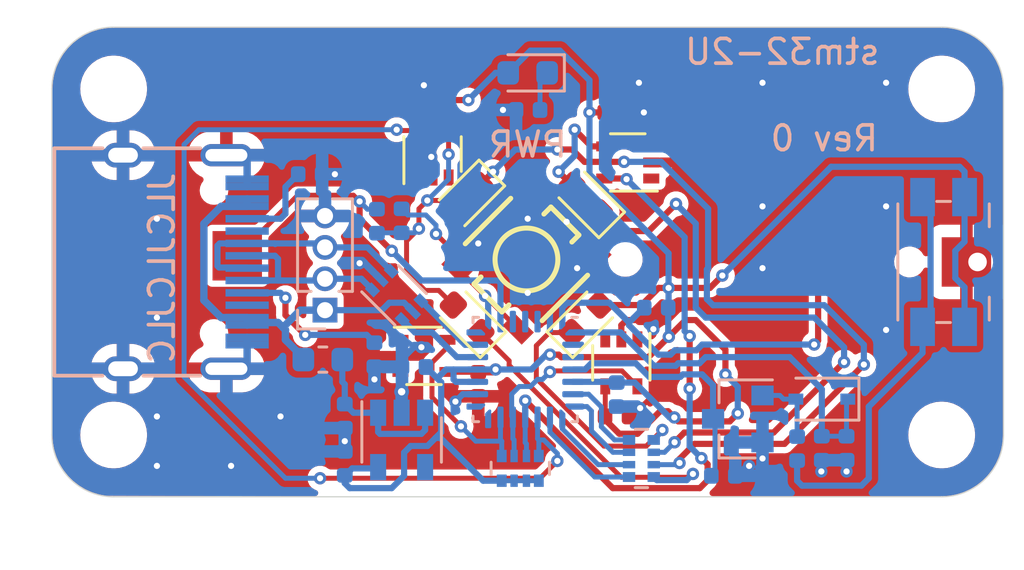
<source format=kicad_pcb>
(kicad_pcb (version 20221018) (generator pcbnew)
  (title_block (title "stm32_dev") (rev "0.1") (company "Roman and Josh"))
  (layers (0 "F.Cu" signal "Top") (31 "B.Cu" signal "Bottom") (34 "B.Paste" user) (35 "F.Paste" user) (36 "B.SilkS" user "B.Silkscreen") (37 "F.SilkS" user "F.Silkscreen") (38 "B.Mask" user) (39 "F.Mask" user) (44 "Edge.Cuts" user))
  (net 0 "")
  (net 1 "VBUS")
  (net 2 "GND")
  (net 3 "/nRST")
  (net 4 "+3V3")
  (net 5 "Net-(D2-Pad1)")
  (net 6 "Net-(D3-Pad1)")
  (net 7 "Net-(D4-Pad1)")
  (net 8 "Net-(D5-Pad1)")
  (net 9 "Net-(D6-Pad1)")
  (net 10 "/USB+")
  (net 11 "Net-(J1-PadA5)")
  (net 12 "/USB-")
  (net 13 "Net-(J1-PadB5)")
  (net 14 "/nLED_BLU")
  (net 15 "/nLED_RED")
  (net 16 "/nLED_GRN")
  (net 17 "/nLED_WHT")
  (net 18 "/TB_DOWN")
  (net 19 "/TB_UP")
  (net 20 "/TB_RIGHT")
  (net 21 "/TB_LEFT")
  (net 22 "/nTB_BUTTON")
  (net 23 "/BOOT0")
  (net 24 "/USB_N")
  (net 25 "/USB_P")
  (net 26 "Net-(D7-Pad2)")
  (net 27 "Net-(R13-Pad2)")
  (net 28 "/BTN_R")
  (net 29 "/BTN_L")
  (net 30 "+5V")
  (footprint "Capacitor_SMD:C_0402_1005Metric" (layer "F.Cu") (at 171.615 116)
    (fp_text reference "C7" hide)
    (fp_text value "100n")
  )
  (footprint "Capacitor_SMD:C_0402_1005Metric" (layer "F.Cu") (at 166 114.7 -90)
    (fp_text reference "C9" hide)
    (fp_text value "100n")
  )
  (footprint "Capacitor_SMD:C_0402_1005Metric" (layer "F.Cu") (at 171.6 103.7)
    (fp_text reference "C10" hide)
    (fp_text value "100n")
  )
  (footprint "Capacitor_SMD:C_0402_1005Metric" (layer "F.Cu") (at 164.3 103.2 180)
    (fp_text reference "C8" hide)
    (fp_text value "100n")
  )
  (footprint "MountingHole:MountingHole_2.2mm_M2" (layer "F.Cu") (at 184.75 102.75)
    (fp_text reference "H5" hide)
    (fp_text value "M2")
  )
  (footprint "MountingHole:MountingHole_2.2mm_M2" (layer "F.Cu") (at 151.25 102.75)
    (fp_text reference "H7" hide)
    (fp_text value "M2")
  )
  (footprint "josh-buttons-switches:Switch_SMT_SKPMAPE010" (layer "F.Cu") (at 150.25 109.5)
    (fp_text reference "SW4" hide)
    (fp_text value "BIG")
  )
  (footprint "MountingHole:MountingHole_2.2mm_M2" (layer "F.Cu") (at 184.75 116.75)
    (fp_text reference "H4" hide)
    (fp_text value "M2")
  )
  (footprint "MountingHole:MountingHole_2.2mm_M2" (layer "F.Cu") (at 151.25 116.75)
    (fp_text reference "H6" hide)
    (fp_text value "M2")
  )
  (footprint "josh-keyboard:Trackball_Tactile_Switch" (layer "F.Cu") (at 167.95 109.65 45)
    (fp_text reference "SW3" hide)
    (fp_text value "SW_Push" hide)
  )
  (footprint "Package_TO_SOT_SMD:SOT-353_SC-70-5" (layer "F.Cu") (at 172.04895 105.723585 180)
    (fp_text reference "U6" hide)
    (fp_text value "AN48840B" hide)
  )
  (footprint "josh-keyboard:TRACKBALL" (layer "F.Cu") (at 167.95 109.65)
    (fp_text reference "T1" hide)
    (fp_text value "Trackball" hide)
  )
  (footprint "Package_TO_SOT_SMD:SOT-353_SC-70-5" (layer "F.Cu") (at 171.7886 113.832282 -90)
    (fp_text reference "U5" hide)
    (fp_text value "AN48840B" hide)
  )
  (footprint "LED_SMD:LED_0603_1608Metric" (layer "F.Cu") (at 165.5 107.2 -135)
    (fp_text reference "D5" hide)
    (fp_text value "LED")
  )
  (footprint "LED_SMD:LED_0603_1608Metric" (layer "F.Cu") (at 165.55 112.05 135)
    (fp_text reference "D6" hide)
    (fp_text value "LED")
  )
  (footprint "Package_TO_SOT_SMD:SOT-353_SC-70-5" (layer "F.Cu") (at 164.152091 105.383479 90)
    (fp_text reference "U4" hide)
    (fp_text value "AN48840B")
  )
  (footprint "LED_SMD:LED_0603_1608Metric" (layer "F.Cu") (at 170.35 107.2 135)
    (fp_text reference "D4" hide)
    (fp_text value "LED")
  )
  (footprint "LED_SMD:LED_0603_1608Metric" (layer "F.Cu") (at 170.35 112.05 45)
    (fp_text reference "D3" hide)
    (fp_text value "LED")
  )
  (footprint "Package_TO_SOT_SMD:SOT-353_SC-70-5" (layer "F.Cu") (at 163.803347 113.549069)
    (fp_text reference "U7" hide)
    (fp_text value "AN48840B" hide)
  )
  (footprint "josh-buttons-switches:Switch_SMT_SKPMAPE010" (layer "F.Cu") (at 185.75 109.75 180)
    (fp_text reference "SW2" hide)
    (fp_text value "BIG")
  )
  (footprint "Capacitor_SMD:C_0402_1005Metric" (layer "B.Cu") (at 160.6 115.985 90)
    (fp_text reference "C1" hide)
    (fp_text value "1u")
  )
  (footprint "Capacitor_SMD:C_0402_1005Metric" (layer "B.Cu") (at 160.6 117.9 -90)
    (fp_text reference "C3" hide)
    (fp_text value "1u")
  )
  (footprint "Capacitor_SMD:C_0402_1005Metric" (layer "B.Cu") (at 171.6 115.115 90)
    (fp_text reference "C6" hide)
    (fp_text value "100n")
  )
  (footprint "josh-passives-smt:Fuse_0603_1608Metric" (layer "B.Cu") (at 159.7125 113.7 180)
    (fp_text reference "F1" hide)
    (fp_text value "500mA")
  )
  (footprint "Resistor_SMD:R_0402_1005Metric" (layer "B.Cu") (at 168.015 103.6 180)
    (fp_text reference "R2" hide)
    (fp_text value "2K2")
  )
  (footprint "Resistor_SMD:R_0402_1005Metric" (layer "B.Cu") (at 162.9 108.085 90)
    (fp_text reference "R11" hide)
    (fp_text value "10K")
  )
  (footprint "Package_TO_SOT_SMD:SOT-23-5" (layer "B.Cu") (at 162.9 116.95 -90)
    (fp_text reference "U1" hide)
    (fp_text value "AP2112K-3.3")
  )
  (footprint "Capacitor_SMD:C_0402_1005Metric" (layer "B.Cu") (at 163.4 114)
    (fp_text reference "C5" hide)
    (fp_text value "100n")
  )
  (footprint "LED_SMD:LED_0603_1608Metric" (layer "B.Cu") (at 168 102.1 180)
    (fp_text reference "D2" hide)
    (fp_text value "LED")
  )
  (footprint "Resistor_SMD:R_0402_1005Metric" (layer "B.Cu") (at 161.9 108.1 90)
    (fp_text reference "R12" hide)
    (fp_text value "10K")
  )
  (footprint "Capacitor_SMD:C_0402_1005Metric" (layer "B.Cu") (at 179.9 117.285 -90)
    (fp_text reference "C11" hide)
    (fp_text value "10u")
  )
  (footprint "Capacitor_SMD:C_0402_1005Metric" (layer "B.Cu") (at 175.915 118.4)
    (fp_text reference "C12" hide)
    (fp_text value "4u7")
  )
  (footprint "Diode_SMD:D_SOD-323" (layer "B.Cu") (at 179.9 115.3 180)
    (fp_text reference "D7" hide)
    (fp_text value "1N4148")
  )
  (footprint "Package_TO_SOT_SMD:SOT-23" (layer "B.Cu") (at 176.5 116.1 180)
    (fp_text reference "Q3" hide)
    (fp_text value "DTC123J")
  )
  (footprint "Resistor_SMD:R_0402_1005Metric" (layer "B.Cu") (at 161.8 113.5 90)
    (fp_text reference "R1" hide)
    (fp_text value "5K1")
  )
  (footprint "Resistor_SMD:R_0402_1005Metric" (layer "B.Cu") (at 159.2 106.2 180)
    (fp_text reference "R3" hide)
    (fp_text value "5K1")
  )
  (footprint "Resistor_SMD:R_0402_1005Metric" (layer "B.Cu") (at 180.9 117.285 -90)
    (fp_text reference "R14" hide)
    (fp_text value "100K")
  )
  (footprint "Resistor_SMD:R_Array_Convex_4x0402" (layer "B.Cu") (at 167.7 118.1 -90)
    (fp_text reference "RN1" hide)
    (fp_text value "10K")
  )
  (footprint "Resistor_SMD:R_Array_Convex_4x0402" (layer "B.Cu") (at 172.6 117.7)
    (fp_text reference "RN2" hide)
    (fp_text value "2K2")
  )
  (footprint "josh-buttons-switches:Panasonic_EVQPUL_EVQPUC" (layer "B.Cu") (at 184.825 109.75 90)
    (fp_text reference "SW1" hide)
    (fp_text value "SW_Push")
  )
  (footprint "josh-connectors:USB_C_U262-161N-4BVC11" (layer "B.Cu") (at 153.5 109.75 90)
    (fp_text reference "J1" hide)
    (fp_text value "USB_C_Receptacle_USB2.0")
  )
  (footprint "Connector_PinHeader_1.27mm:PinHeader_1x04_P1.27mm_Vertical" (layer "B.Cu") (at 159.8 111.7)
    (fp_text reference "J2" hide)
    (fp_text value "USB")
  )
  (footprint "Package_DFN_QFN:QFN-28_4x4mm_P0.5mm" (layer "B.Cu") (at 167.9 114.1 180)
    (fp_text reference "U3" hide)
    (fp_text value "STM32F042G6Ux")
  )
  (footprint "Package_TO_SOT_SMD:SOT-666" (layer "B.Cu") (at 162.7 111.1 -45)
    (fp_text reference "U2" hide)
    (fp_text value "USBLC6-2SC6")
  )
  (footprint "Resistor_SMD:R_0402_1005Metric" (layer "B.Cu") (at 178.9 117.3 -90)
    (fp_text reference "R13" hide)
    (fp_text value "2K2")
  )
  (footprint "Resistor_SMD:R_0402_1005Metric" (layer "B.Cu") (at 173.2 111.6 180)
    (fp_text reference "R4" hide)
    (fp_text value "10K")
  )
  (footprint "josh-logos:OSHW_Logo_3.6x3.6_F.Mask" (layer "B.Cu") (at 168 109 180)
    (fp_text reference "LOGO1" hide)
    (fp_text value "OSHW Mask" hide)
  )
  (footprint "josh-logos:board-title" (layer "B.Cu") (at 174.3 101.5 180)
    (fp_text reference "LOGO2")
    (fp_text value "Board Details")
  )
  (gr_line (start 184.75 119.25) (end 151.25 119.25) (stroke (width 0.05)) (layer "Edge.Cuts"))
  (gr_line (start 151.25 100.25) (end 184.75 100.25) (stroke (width 0.05)) (layer "Edge.Cuts"))
  (gr_arc (start 148.75 102.75) (mid 149.482233 100.982233) (end 151.25 100.25) (stroke (width 0.05)) (layer "Edge.Cuts"))
  (gr_line (start 148.75 116.75) (end 148.75 102.75) (stroke (width 0.05)) (layer "Edge.Cuts"))
  (gr_arc (start 151.25 119.25) (mid 149.482233 118.517767) (end 148.75 116.75) (stroke (width 0.05)) (layer "Edge.Cuts"))
  (gr_line (start 187.25 102.75) (end 187.25 116.75) (stroke (width 0.05)) (layer "Edge.Cuts"))
  (gr_arc (start 184.75 100.25) (mid 186.517767 100.982233) (end 187.25 102.75) (stroke (width 0.05)) (layer "Edge.Cuts"))
  (gr_arc (start 187.25 116.75) (mid 186.517767 118.517767) (end 184.75 119.25) (stroke (width 0.05)) (layer "Edge.Cuts"))
  (gr_text "JLCJLCJLC" (at 153.2 110 90) (layer "B.SilkS") (effects (font (size 1 1)) (justify mirror)))
  (gr_text "PWR" (at 168 105) (layer "B.SilkS") (effects (font (size 1 1)) (justify mirror)))
  (segment (start 158.25 112.95) (end 158.2 112.9) (width 0.3) (layer "B.Cu") (net 1))
  (segment (start 162.4 111.4) (end 162.1 111.7) (width 0.25) (layer "B.Cu") (net 1))
  (segment (start 157.9 112.2) (end 156.75 112.2) (width 0.3) (layer "B.Cu") (net 1))
  (segment (start 158.1 112.4) (end 158.8 111.7) (width 0.3) (layer "B.Cu") (net 1))
  (segment (start 155.6 112) (end 154.9 111.3) (width 0.3) (layer "B.Cu") (net 1))
  (segment (start 163.354074 111.754074) (end 163 111.4) (width 0.25) (layer "B.Cu") (net 1))
  (segment (start 158.925 113.7) (end 158.925 113.625) (width 0.3) (layer "B.Cu") (net 1))
  (segment (start 158.2 112.5) (end 158.1 112.4) (width 0.3) (layer "B.Cu") (net 1))
  (segment (start 156.65 107.5) (end 156.65 107.2) (width 0.3) (layer "B.Cu") (net 1))
  (segment (start 155.6 107.5) (end 156.65 107.5) (width 0.3) (layer "B.Cu") (net 1))
  (segment (start 154.9 108.2) (end 155.6 107.5) (width 0.3) (layer "B.Cu") (net 1))
  (segment (start 158.925 113.625) (end 158.25 112.95) (width 0.3) (layer "B.Cu") (net 1))
  (segment (start 156.65 112) (end 156.65 112.3) (width 0.3) (layer "B.Cu") (net 1))
  (segment (start 163 111.4) (end 162.4 111.4) (width 0.25) (layer "B.Cu") (net 1))
  (segment (start 156.75 112.2) (end 156.65 112.3) (width 0.3) (layer "B.Cu") (net 1))
  (segment (start 158.2 112.5) (end 157.9 112.2) (width 0.3) (layer "B.Cu") (net 1))
  (segment (start 158.2 112.9) (end 158.2 112.5) (width 0.3) (layer "B.Cu") (net 1))
  (segment (start 156.65 112) (end 155.6 112) (width 0.3) (layer "B.Cu") (net 1))
  (segment (start 162.1 111.7) (end 159.8 111.7) (width 0.25) (layer "B.Cu") (net 1))
  (segment (start 158.8 111.7) (end 159.8 111.7) (width 0.3) (layer "B.Cu") (net 1))
  (segment (start 154.9 111.3) (end 154.9 108.2) (width 0.3) (layer "B.Cu") (net 1))
  (segment (start 169.573313 108.126687) (end 168.285876 106.839251) (width 0.25) (layer "F.Cu") (net 2))
  (segment (start 171.7886 112.882282) (end 171.7886 112.307282) (width 0.25) (layer "F.Cu") (net 2))
  (segment (start 173.112148 115.1) (end 173.5 115.1) (width 0.2) (layer "F.Cu") (net 2))
  (segment (start 171.995882 112.1) (end 172.716182 112.1) (width 0.25) (layer "F.Cu") (net 2))
  (segment (start 164.152091 106.333479) (end 164.152091 105.552091) (width 0.2) (layer "F.Cu") (net 2))
  (segment (start 172.1 116) (end 172.212148 116) (width 0.2) (layer "F.Cu") (net 2))
  (segment (start 171.7886 112.307282) (end 171.995882 112.1) (width 0.25) (layer "F.Cu") (net 2))
  (segment (start 170.760749 109.314124) (end 169.573313 108.126687) (width 0.25) (layer "F.Cu") (net 2))
  (segment (start 163.7 113.2) (end 163.350931 113.549069) (width 0.25) (layer "F.Cu") (net 2))
  (segment (start 166 115.185) (end 165.29001 115.185) (width 0.2) (layer "F.Cu") (net 2))
  (segment (start 164.152091 105.552091) (end 164.1 105.5) (width 0.2) (layer "F.Cu") (net 2))
  (segment (start 172.085 103.7) (end 172.70001 103.7) (width 0.2) (layer "F.Cu") (net 2))
  (segment (start 172.212148 116) (end 172.54948 115.662668) (width 0.2) (layer "F.Cu") (net 2))
  (segment (start 163.350931 113.549069) (end 162.853347 113.549069) (width 0.25) (layer "F.Cu") (net 2))
  (segment (start 172.716182 112.1) (end 173.083404 112.467222) (width 0.25) (layer "F.Cu") (net 2))
  (segment (start 163.815 103.2) (end 163.815 102.615) (width 0.2) (layer "F.Cu") (net 2))
  (segment (start 165.29001 115.185) (end 165.076421 115.398589) (width 0.2) (layer "F.Cu") (net 2))
  (segment (start 163.815 102.615) (end 163.8 102.6) (width 0.2) (layer "F.Cu") (net 2))
  (segment (start 172.54948 115.662668) (end 173.112148 115.1) (width 0.2) (layer "F.Cu") (net 2))
  (via (at 179.87995 118.22499) (size 0.5) (drill 0.25) (layers "F.Cu" "B.Cu") (net 2))
  (via (at 161.2 109.8) (size 0.5) (drill 0.25) (layers "F.Cu" "B.Cu") (net 2))
  (via (at 177.5 110) (size 0.5) (drill 0.25) (layers "F.Cu" "B.Cu") (net 2))
  (via (at 166 109) (size 0.5) (drill 0.25) (layers "F.Cu" "B.Cu") (net 2))
  (via (at 170 110) (size 0.5) (drill 0.25) (layers "F.Cu" "B.Cu") (net 2))
  (via (at 160.6 117.000002) (size 0.5) (drill 0.25) (layers "F.Cu" "B.Cu") (net 2))
  (via (at 163.8 102.6) (size 0.5) (drill 0.25) (layers "F.Cu" "B.Cu") (net 2))
  (via (at 177.5 102.5) (size 0.5) (drill 0.25) (layers "F.Cu" "B.Cu") (net 2))
  (via (at 172.5 102.5) (size 0.5) (drill 0.25) (layers "F.Cu" "B.Cu") (net 2))
  (via (at 153 108) (size 0.5) (drill 0.25) (layers "F.Cu" "B.Cu") (net 2))
  (via (at 182.5 102.5) (size 0.5) (drill 0.25) (layers "F.Cu" "B.Cu") (net 2))
  (via (at 156 118) (size 0.5) (drill 0.25) (layers "F.Cu" "B.Cu") (net 2))
  (via (at 153 112) (size 0.5) (drill 0.25) (layers "F.Cu" "B.Cu") (net 2))
  (via (at 168 111) (size 0.5) (drill 0.25) (layers "F.Cu" "B.Cu") (net 2))
  (via (at 160.2 106.2) (size 0.5) (drill 0.25) (layers "F.Cu" "B.Cu") (net 2))
  (via (at 161.8 114.5) (size 0.5) (drill 0.25) (layers "F.Cu" "B.Cu") (net 2))
  (via (at 163.7 113.2) (size 0.5) (drill 0.25) (layers "F.Cu" "B.Cu") (net 2))
  (via (at 173.083404 112.467222) (size 0.5) (drill 0.25) (layers "F.Cu" "B.Cu") (net 2))
  (via (at 172.54948 115.662668) (size 0.5) (drill 0.25) (layers "F.Cu" "B.Cu") (net 2))
  (via (at 165.076421 115.398589) (size 0.5) (drill 0.25) (layers "F.Cu" "B.Cu") (net 2))
  (via (at 180.900004 118.22499) (size 0.5) (drill 0.25) (layers "F.Cu" "B.Cu") (net 2))
  (via (at 169.573313 108.126687) (size 0.5) (drill 0.25) (layers "F.Cu" "B.Cu") (net 2))
  (via (at 168 108) (size 0.5) (drill 0.25) (layers "F.Cu" "B.Cu") (net 2))
  (via (at 182.5 112.5) (size 0.5) (drill 0.25) (layers "F.Cu" "B.Cu") (net 2))
  (via (at 182.5 107.5) (size 0.5) (drill 0.25) (layers "F.Cu" "B.Cu") (net 2))
  (via (at 153 118) (size 0.5) (drill 0.25) (layers "F.Cu" "B.Cu") (net 2))
  (via (at 176.958032 118) (size 0.5) (drill 0.25) (layers "F.Cu" "B.Cu") (net 2))
  (via (at 177.5 107.5) (size 0.5) (drill 0.25) (layers "F.Cu" "B.Cu") (net 2))
  (via (at 158 116) (size 0.5) (drill 0.25) (layers "F.Cu" "B.Cu") (net 2))
  (via (at 172.70001 103.7) (size 0.5) (drill 0.25) (layers "F.Cu" "B.Cu") (net 2))
  (via (at 162.9 115) (size 0.6) (drill 0.3) (layers "F.Cu" "B.Cu") (net 2))
  (via (at 153 116) (size 0.5) (drill 0.25) (layers "F.Cu" "B.Cu") (net 2))
  (via (at 164.1 105.5) (size 0.5) (drill 0.25) (layers "F.Cu" "B.Cu") (net 2))
  (via (at 167 103.6) (size 0.5) (drill 0.25) (layers "F.Cu" "B.Cu") (net 2))
  (via (at 177.5 117.7) (size 0.5) (drill 0.25) (layers "F.Cu" "B.Cu") (net 2))
  (segment (start 180.9 117.77) (end 180.9 118.224986) (width 0.2) (layer "B.Cu") (net 2))
  (segment (start 177.5 117.05) (end 177.5 117.7) (width 0.2) (layer "B.Cu") (net 2))
  (segment (start 162.915 113.68) (end 163.395 113.2) (width 0.25) (layer "B.Cu") (net 2))
  (segment (start 165.9625 115.1) (end 165.37501 115.1) (width 0.25) (layer "B.Cu") (net 2))
  (segment (start 162.915 114) (end 162.915 113.68) (width 0.25) (layer "B.Cu") (net 2))
  (segment (start 162.9 115) (end 162.9 114.015) (width 0.3) (layer "B.Cu") (net 2))
  (segment (start 171.6 115.6) (end 172.486812 115.6) (width 0.25) (layer "B.Cu") (net 2))
  (segment (start 159.685 106.2) (end 160.2 106.2) (width 0.25) (layer "B.Cu") (net 2))
  (segment (start 162.9 114.015) (end 162.915 114) (width 0.3) (layer "B.Cu") (net 2))
  (segment (start 167.53 103.6) (end 167 103.6) (width 0.2) (layer "B.Cu") (net 2))
  (segment (start 156.65 106.4) (end 156.65 105.43) (width 0.3) (layer "B.Cu") (net 2))
  (segment (start 160.6 117.415) (end 160.6 117.000002) (width 0.25) (layer "B.Cu") (net 2))
  (segment (start 162.9 115.85) (end 162.9 115) (width 0.3) (layer "B.Cu") (net 2))
  (segment (start 179.9 118.20494) (end 179.87995 118.22499) (width 0.2) (layer "B.Cu") (net 2))
  (segment (start 155.81 114.07) (end 156.65 114.07) (width 0.3) (layer "B.Cu") (net 2))
  (segment (start 162.9 115.85) (end 162.85 115.85) (width 0.3) (layer "B.Cu") (net 2))
  (segment (start 160.6 116.47) (end 160.6 117.000002) (width 0.25) (layer "B.Cu") (net 2))
  (segment (start 156.65 114.07) (end 156.65 113.1) (width 0.3) (layer "B.Cu") (net 2))
  (segment (start 161.4 109.8) (end 161.2 109.8) (width 0.25) (layer "B.Cu") (net 2))
  (segment (start 180.9 118.224986) (end 180.900004 118.22499) (width 0.2) (layer "B.Cu") (net 2))
  (segment (start 165.37501 115.1) (end 165.076421 115.398589) (width 0.25) (layer "B.Cu") (net 2))
  (segment (start 156.65 106.7) (end 156.65 106.4) (width 0.3) (layer "B.Cu") (net 2))
  (segment (start 162.045926 110.445926) (end 161.4 109.8) (width 0.25) (layer "B.Cu") (net 2))
  (segment (start 176.429016 118.4) (end 176.829016 118) (width 0.2) (layer "B.Cu") (net 2))
  (segment (start 163.395 113.2) (end 163.7 113.2) (width 0.25) (layer "B.Cu") (net 2))
  (segment (start 156.65 112.8) (end 156.65 113.1) (width 0.3) (layer "B.Cu") (net 2))
  (segment (start 179.9 117.77) (end 179.9 118.20494) (width 0.2) (layer "B.Cu") (net 2))
  (segment (start 156.65 105.43) (end 155.81 105.43) (width 0.3) (layer "B.Cu") (net 2))
  (segment (start 176.829016 118) (end 176.958032 118) (width 0.2) (layer "B.Cu") (net 2))
  (segment (start 176.4 118.4) (end 176.429016 118.4) (width 0.2) (layer "B.Cu") (net 2))
  (segment (start 172.486812 115.6) (end 172.54948 115.662668) (width 0.25) (layer "B.Cu") (net 2))
  (segment (start 161.8 113.985) (end 161.8 114.5) (width 0.25) (layer "B.Cu") (net 2))
  (segment (start 175.578423 116.178423) (end 175.5 116.1) (width 0.2) (layer "B.Cu") (net 3))
  (segment (start 172.920115 114.4) (end 174.175044 114.4) (width 0.25) (layer "B.Cu") (net 3))
  (segment (start 170.574221 113.848801) (end 172.368916 113.848801) (width 0.25) (layer "B.Cu") (net 3))
  (segment (start 169.8375 114.1) (end 170.323022 114.1) (width 0.25) (layer "B.Cu") (net 3))
  (segment (start 174.175044 114.4) (end 174.276841 114.298203) (width 0.25) (layer "B.Cu") (net 3))
  (segment (start 175.5 114.7397) (end 175.5 116.1) (width 0.25) (layer "B.Cu") (net 3))
  (segment (start 172.368916 113.848801) (end 172.920115 114.4) (width 0.25) (layer "B.Cu") (net 3))
  (segment (start 175.43 118.4) (end 175.578423 118.251577) (width 0.2) (layer "B.Cu") (net 3))
  (segment (start 175.578423 118.251577) (end 175.578423 116.178423) (width 0.2) (layer "B.Cu") (net 3))
  (segment (start 174.276841 114.298203) (end 175.058503 114.298203) (width 0.25) (layer "B.Cu") (net 3))
  (segment (start 170.323022 114.1) (end 170.574221 113.848801) (width 0.25) (layer "B.Cu") (net 3))
  (segment (start 175.058503 114.298203) (end 175.5 114.7397) (width 0.25) (layer "B.Cu") (net 3))
  (segment (start 171.13 116.125) (end 171.705 116.7) (width 0.25) (layer "F.Cu") (net 4))
  (segment (start 166.585 114.215) (end 166.7 114.1) (width 0.25) (layer "F.Cu") (net 4))
  (segment (start 163.6 108.4) (end 163.1 108.9) (width 0.2) (layer "F.Cu") (net 4))
  (segment (start 164.8 104.43557) (end 164.802091 104.433479) (width 0.2) (layer "F.Cu") (net 4))
  (segment (start 164.769278 114.215) (end 164.753347 114.199069) (width 0.2) (layer "F.Cu") (net 4))
  (segment (start 172.445855 116.7) (end 173.355911 115.789944) (width 0.25) (layer "F.Cu") (net 4))
  (segment (start 170.573585 105.073585) (end 169.9 104.4) (width 0.25) (layer "F.Cu") (net 4))
  (segment (start 173.682554 115.789944) (end 173.932553 116.039943) (width 0.25) (layer "F.Cu") (net 4))
  (segment (start 174.09261 116.2) (end 176.174979 116.2) (width 0.25) (layer "F.Cu") (net 4))
  (segment (start 168.9 113.5) (end 169.253553 113.5) (width 0.25) (layer "F.Cu") (net 4))
  (segment (start 175.374922 110.8) (end 175.87501 110.299912) (width 0.25) (layer "F.Cu") (net 4))
  (segment (start 171.13 116) (end 171.13 116.125) (width 0.25) (layer "F.Cu") (net 4))
  (segment (start 173.3 110.8) (end 173.7 110.8) (width 0.25) (layer "F.Cu") (net 4))
  (segment (start 176 113.3) (end 174.8 112.1) (width 0.25) (layer "F.Cu") (net 4))
  (segment (start 171.1386 114.782282) (end 171.1386 115.9914) (width 0.2) (layer "F.Cu") (net 4))
  (segment (start 163.6 108.4) (end 163.6 107.6) (width 0.2) (layer "F.Cu") (net 4))
  (segment (start 166 114.215) (end 164.769278 114.215) (width 0.2) (layer "F.Cu") (net 4))
  (segment (start 163.1 110.152014) (end 163.847986 110.9) (width 0.2) (layer "F.Cu") (net 4))
  (segment (start 173.7 110.8) (end 175.374922 110.8) (width 0.25) (layer "F.Cu") (net 4))
  (segment (start 176.174979 116.2) (end 176.5 115.874979) (width 0.25) (layer "F.Cu") (net 4))
  (segment (start 173.355911 115.789944) (end 173.682554 115.789944) (width 0.25) (layer "F.Cu") (net 4))
  (segment (start 171.115 103.7) (end 170.5 103.7) (width 0.25) (layer "F.Cu") (net 4))
  (segment (start 163.1 108.9) (end 163.1 110.152014) (width 0.2) (layer "F.Cu") (net 4))
  (segment (start 174.38784 112.1) (end 173.711434 112.776406) (width 0.25) (layer "F.Cu") (net 4))
  (segment (start 164.44739 107.261084) (end 163.938916 107.261084) (width 0.2) (layer "F.Cu") (net 4))
  (segment (start 172.606847 111.493153) (end 173.3 110.8) (width 0.25) (layer "F.Cu") (net 4))
  (segment (start 169.793153 106.643153) (end 169.25 106.1) (width 0.25) (layer "F.Cu") (net 4))
  (segment (start 173.932553 116.039943) (end 174.09261 116.2) (width 0.25) (layer "F.Cu") (net 4))
  (segment (start 164.802091 104.433479) (end 164.802091 103.217091) (width 0.2) (layer "F.Cu") (net 4))
  (segment (start 176 114.3) (end 176 113.3) (width 0.25) (layer "F.Cu") (net 4))
  (segment (start 171.1386 115.9914) (end 171.13 116) (width 0.2) (layer "F.Cu") (net 4))
  (segment (start 164.8 105.4) (end 164.8 104.43557) (width 0.2) (layer "F.Cu") (net 4))
  (segment (start 165.6 103.2) (end 164.785 103.2) (width 0.25) (layer "F.Cu") (net 4))
  (segment (start 174.8 112.1) (end 174.38784 112.1) (width 0.25) (layer "F.Cu") (net 4))
  (segment (start 171.09895 103.71605) (end 171.115 103.7) (width 0.2) (layer "F.Cu") (net 4))
  (segment (start 171.09895 105.073585) (end 170.573585 105.073585) (width 0.25) (layer "F.Cu") (net 4))
  (segment (start 164.943153 107.756847) (end 164.44739 107.261084) (width 0.2) (layer "F.Cu") (net 4))
  (segment (start 166 114.215) (end 166.585 114.215) (width 0.25) (layer "F.Cu") (net 4))
  (segment (start 170.906847 111.493153) (end 172.606847 111.493153) (width 0.25) (layer "F.Cu") (net 4))
  (segment (start 164.802091 103.217091) (end 164.785 103.2) (width 0.2) (layer "F.Cu") (net 4))
  (segment (start 172.88784 113.6) (end 173.711434 112.776406) (width 0.25) (layer "F.Cu") (net 4))
  (segment (start 164.4 110.9) (end 164.993153 111.493153) (width 0.2) (layer "F.Cu") (net 4))
  (segment (start 169.353553 113.6) (end 172.88784 113.6) (width 0.25) (layer "F.Cu") (net 4))
  (segment (start 169.253553 113.5) (end 169.353553 113.6) (width 0.25) (layer "F.Cu") (net 4))
  (segment (start 171.09895 105.073585) (end 171.09895 103.71605) (width 0.2) (layer "F.Cu") (net 4))
  (segment (start 163.847986 110.9) (end 164.4 110.9) (width 0.2) (layer "F.Cu") (net 4))
  (segment (start 163.6 107.6) (end 163.938916 107.261084) (width 0.2) (layer "F.Cu") (net 4))
  (segment (start 171.705 116.7) (end 172.445855 116.7) (width 0.25) (layer "F.Cu") (net 4))
  (segment (start 169.25 106.1) (end 169.24999 106.1) (width 0.25) (layer "F.Cu") (net 4))
  (via (at 169.24999 106.1) (size 0.5) (drill 0.25) (layers "F.Cu" "B.Cu") (net 4))
  (via (at 170.5 103.7) (size 0.5) (drill 0.25) (layers "F.Cu" "B.Cu") (net 4))
  (via (at 173.932553 116.039943) (size 0.5) (drill 0.25) (layers "F.Cu" "B.Cu") (net 4))
  (via (at 176 114.3) (size 0.5) (drill 0.25) (layers "F.Cu" "B.Cu") (net 4))
  (via (at 163.6 108.4) (size 0.5) (drill 0.25) (layers "F.Cu" "B.Cu") (net 4))
  (via (at 164.8 105.4) (size 0.5) (drill 0.25) (layers "F.Cu" "B.Cu") (net 4))
  (via (at 175.87501 110.299912) (size 0.5) (drill 0.25) (layers "F.Cu" "B.Cu") (net 4))
  (via (at 169.9 104.4) (size 0.5) (drill 0.25) (layers "F.Cu" "B.Cu") (net 4))
  (via (at 163.938916 107.261084) (size 0.5) (drill 0.25) (layers "F.Cu" "B.Cu") (net 4))
  (via (at 173.711434 112.776406) (size 0.5) (drill 0.25) (layers "F.Cu" "B.Cu") (net 4))
  (via (at 165.6 103.2) (size 0.5) (drill 0.25) (layers "F.Cu" "B.Cu") (net 4))
  (via (at 166.7 114.1) (size 0.5) (drill 0.25) (layers "F.Cu" "B.Cu") (net 4))
  (via (at 168.9 113.5) (size 0.5) (drill 0.25) (layers "F.Cu" "B.Cu") (net 4))
  (via (at 176.5 115.874979) (size 0.5) (drill 0.25) (layers "F.Cu" "B.Cu") (net 4))
  (via (at 173.7 110.8) (size 0.5) (drill 0.25) (layers "F.Cu" "B.Cu") (net 4))
  (segment (start 164.500001 116.640001) (end 164.500001 114.615001) (width 0.25) (layer "B.Cu") (net 4))
  (segment (start 185.675 108.925) (end 185.675 107.125) (width 0.25) (layer "B.Cu") (net 4))
  (segment (start 165.9625 114.6) (end 165.1 114.6) (width 0.25) (layer "B.Cu") (net 4))
  (segment (start 169.9 105.44999) (end 169.9 104.4) (width 0.25) (layer "B.Cu") (net 4))
  (segment (start 185.675 107.125) (end 185.675 106.1) (width 0.25) (layer "B.Cu") (net 4))
  (segment (start 176 114.3) (end 176.5 114.8) (width 0.25) (layer "B.Cu") (net 4))
  (segment (start 170.5 102.4) (end 169.3 101.2) (width 0.25) (layer "B.Cu") (net 4))
  (segment (start 173.7 111.585) (end 173.685 111.6) (width 0.25) (layer "B.Cu") (net 4))
  (segment (start 170.5 103.7) (end 170.5 106.2) (width 0.25) (layer "B.Cu") (net 4))
  (segment (start 165.9625 114.1) (end 165 114.1) (width 0.25) (layer "B.Cu") (net 4))
  (segment (start 166.7 102.1) (end 165.6 103.2) (width 0.25) (layer "B.Cu") (net 4))
  (segment (start 171.57 114.6) (end 171.6 114.63) (width 0.25) (layer "B.Cu") (net 4))
  (segment (start 165 114.1) (end 164.7 114.1) (width 0.25) (layer "B.Cu") (net 4))
  (segment (start 170.5 103.7) (end 170.5 102.4) (width 0.25) (layer "B.Cu") (net 4))
  (segment (start 171.6 114.63) (end 172.33 114.63) (width 0.25) (layer "B.Cu") (net 4))
  (segment (start 163 118.4) (end 163 117.459998) (width 0.25) (layer "B.Cu") (net 4))
  (segment (start 164.500001 114.615001) (end 164.3425 114.4575) (width 0.25) (layer "B.Cu") (net 4))
  (segment (start 171.57 114.6) (end 169.8375 114.6) (width 0.25) (layer "B.Cu") (net 4))
  (segment (start 165.1 114.6) (end 165 114.5) (width 0.25) (layer "B.Cu") (net 4))
  (segment (start 164.7 114.1) (end 164.3425 114.4575) (width 0.25) (layer "B.Cu") (net 4))
  (segment (start 166.2 118.6) (end 166.95 118.6) (width 0.25) (layer "B.Cu") (net 4))
  (segment (start 161.9 118.1) (end 161.95 118.05) (width 0.25) (layer "B.Cu") (net 4))
  (segment (start 185.675 112.375) (end 185.675 110.775) (width 0.25) (layer "B.Cu") (net 4))
  (segment (start 185.3 109.3) (end 185.675 108.925) (width 0.25) (layer "B.Cu") (net 4))
  (segment (start 168.45 118.6) (end 166.95 118.6) (width 0.2) (layer "B.Cu") (net 4))
  (segment (start 185.3 110.4) (end 185.3 109.3) (width 0.25) (layer "B.Cu") (net 4))
  (segment (start 163.264999 117.194999) (end 163.945003 117.194999) (width 0.25) (layer "B.Cu") (net 4))
  (segment (start 163.43 108.57) (end 163.6 108.4) (width 0.2) (layer "B.Cu") (net 4))
  (segment (start 162.5 118.9) (end 163 118.4) (width 0.25) (layer "B.Cu") (net 4))
  (segment (start 173.685 112.749972) (end 173.711434 112.776406) (width 0.25) (layer "B.Cu") (net 4))
  (segment (start 162.9 108.57) (end 161.915 108.57) (width 0.2) (layer "B.Cu") (net 4))
  (segment (start 166.7 114.1) (end 168.148996 114.1) (width 0.25) (layer "B.Cu") (net 4))
  (segment (start 180.274922 105.9) (end 175.87501 110.299912) (width 0.25) (layer "B.Cu") (net 4))
  (segment (start 164.8 106.4) (end 163.938916 107.261084) (width 0.2) (layer "B.Cu") (net 4))
  (segment (start 160.615 118.385) (end 160.9 118.1) (width 0.25) (layer "B.Cu") (net 4))
  (segment (start 170.5 106.2) (end 173.7 109.4) (width 0.25) (layer "B.Cu") (net 4))
  (segment (start 165.9625 114.1) (end 166.7 114.1) (width 0.25) (layer "B.Cu") (net 4))
  (segment (start 169.3 101.2) (end 168.1125 101.2) (width 0.25) (layer "B.Cu") (net 4))
  (segment (start 165 114.5) (end 165 114.1) (width 0.25) (layer "B.Cu") (net 4))
  (segment (start 160.6 118.385) (end 160.6 118.7) (width 0.25) (layer "B.Cu") (net 4))
  (segment (start 163 117.459998) (end 163.264999 117.194999) (width 0.25) (layer "B.Cu") (net 4))
  (segment (start 185.675 106.1) (end 185.475 105.9) (width 0.25) (layer "B.Cu") (net 4))
  (segment (start 176.5 114.8) (end 176.5 115.874979) (width 0.25) (layer "B.Cu") (net 4))
  (segment (start 173.7 109.4) (end 173.7 110.8) (width 0.25) (layer "B.Cu") (net 4))
  (segment (start 164.3425 114.4575) (end 163.885 114) (width 0.25) (layer "B.Cu") (net 4))
  (segment (start 172.33 114.63) (end 173.739943 116.039943) (width 0.25) (layer "B.Cu") (net 4))
  (segment (start 161.915 108.57) (end 161.9 108.585) (width 0.2) (layer "B.Cu") (net 4))
  (segment (start 168.148996 114.1) (end 168.748996 113.5) (width 0.25) (layer "B.Cu") (net 4))
  (segment (start 185.475 105.9) (end 180.274922 105.9) (width 0.25) (layer "B.Cu") (net 4))
  (segment (start 164.270001 116.870001) (end 164.500001 116.640001) (width 0.25) (layer "B.Cu") (net 4))
  (segment (start 164.470001 116.870001) (end 166.2 118.6) (width 0.25) (layer "B.Cu") (net 4))
  (segment (start 160.9 118.1) (end 161.9 118.1) (width 0.25) (layer "B.Cu") (net 4))
  (segment (start 160.6 118.385) (end 160.615 118.385) (width 0.25) (layer "B.Cu") (net 4))
  (segment (start 163.945003 117.194999) (end 164.270001 116.870001) (width 0.25) (layer "B.Cu") (net 4))
  (segment (start 169.24999 106.1) (end 169.9 105.44999) (width 0.25) (layer "B.Cu") (net 4))
  (segment (start 167.2125 102.1) (end 166.7 102.1) (width 0.25) (layer "B.Cu") (net 4))
  (segment (start 160.8 118.9) (end 162.5 118.9) (width 0.25) (layer "B.Cu") (net 4))
  (segment (start 168.1125 101.2) (end 167.2125 102.1) (width 0.25) (layer "B.Cu") (net 4))
  (segment (start 173.739943 116.039943) (end 173.932553 116.039943) (width 0.25) (layer "B.Cu") (net 4))
  (segment (start 162.9 108.57) (end 163.43 108.57) (width 0.2) (layer "B.Cu") (net 4))
  (segment (start 185.675 110.775) (end 185.3 110.4) (width 0.25) (layer "B.Cu") (net 4))
  (segment (start 173.7 110.8) (end 173.7 111.585) (width 0.25) (layer "B.Cu") (net 4))
  (segment (start 173.685 111.6) (end 173.685 112.749972) (width 0.25) (layer "B.Cu") (net 4))
  (segment (start 160.6 118.7) (end 160.8 118.9) (width 0.25) (layer "B.Cu") (net 4))
  (segment (start 164.8 105.4) (end 164.8 106.4) (width 0.2) (layer "B.Cu") (net 4))
  (segment (start 168.748996 113.5) (end 168.9 113.5) (width 0.25) (layer "B.Cu") (net 4))
  (segment (start 164.270001 116.870001) (end 164.470001 116.870001) (width 0.25) (layer "B.Cu") (net 4))
  (segment (start 168.5 103.6) (end 168.5 102.3875) (width 0.2) (layer "B.Cu") (net 5))
  (segment (start 168.5 102.3875) (end 168.7875 102.1) (width 0.2) (layer "B.Cu") (net 5))
  (segment (start 171.085998 117.2) (end 172.796859 117.2) (width 0.2) (layer "F.Cu") (net 6))
  (segment (start 169.793153 112.606847) (end 168.879149 112.606847) (width 0.2) (layer "F.Cu") (net 6))
  (segment (start 168.349999 114.464001) (end 171.085998 117.2) (width 0.2) (layer "F.Cu") (net 6))
  (segment (start 172.796859 117.2) (end 173.449902 116.546957) (width 0.2) (layer "F.Cu") (net 6))
  (segment (start 168.349999 113.135997) (end 168.349999 114.464001) (width 0.2) (layer "F.Cu") (net 6))
  (segment (start 168.879149 112.606847) (end 168.349999 113.135997) (width 0.2) (layer "F.Cu") (net 6))
  (via (at 173.449902 116.546957) (size 0.5) (drill 0.25) (layers "F.Cu" "B.Cu") (net 6))
  (segment (start 173.1 116.95) (end 173.449902 116.600098) (width 0.2) (layer "B.Cu") (net 6))
  (segment (start 173.449902 116.600098) (end 173.449902 116.546957) (width 0.2) (layer "B.Cu") (net 6))
  (segment (start 172.9 108.5) (end 171.65 108.5) (width 0.25) (layer "F.Cu") (net 7))
  (segment (start 180.8 113.8) (end 177.949989 116.650011) (width 0.25) (layer "F.Cu") (net 7))
  (segment (start 174 107.4) (end 172.9 108.5) (width 0.25) (layer "F.Cu") (net 7))
  (segment (start 171.65 108.5) (end 170.906847 107.756847) (width 0.25) (layer "F.Cu") (net 7))
  (segment (start 174.336802 116.650011) (end 173.942476 117.044337) (width 0.25) (layer "F.Cu") (net 7))
  (segment (start 177.949989 116.650011) (end 174.336802 116.650011) (width 0.25) (layer "F.Cu") (net 7))
  (via (at 174 107.4) (size 0.5) (drill 0.25) (layers "F.Cu" "B.Cu") (net 7))
  (via (at 180.8 113.8) (size 0.5) (drill 0.25) (layers "F.Cu" "B.Cu") (net 7))
  (via (at 173.942476 117.044337) (size 0.5) (drill 0.25) (layers "F.Cu" "B.Cu") (net 7))
  (segment (start 180.8 113.2) (end 179.6 112) (width 0.25) (layer "B.Cu") (net 7))
  (segment (start 173.536813 117.45) (end 173.942476 117.044337) (width 0.2) (layer "B.Cu") (net 7))
  (segment (start 174.8 111.6) (end 174.8 108.2) (width 0.25) (layer "B.Cu") (net 7))
  (segment (start 174.8 108.2) (end 174 107.4) (width 0.25) (layer "B.Cu") (net 7))
  (segment (start 179.6 112) (end 175.2 112) (width 0.25) (layer "B.Cu") (net 7))
  (segment (start 180.8 113.8) (end 180.8 113.2) (width 0.25) (layer "B.Cu") (net 7))
  (segment (start 173.1 117.45) (end 173.536813 117.45) (width 0.2) (layer "B.Cu") (net 7))
  (segment (start 175.2 112) (end 174.8 111.6) (width 0.25) (layer "B.Cu") (net 7))
  (segment (start 169.8 105.2) (end 169.2 105.2) (width 0.25) (layer "F.Cu") (net 8))
  (segment (start 170.3 105.7) (end 169.8 105.2) (width 0.25) (layer "F.Cu") (net 8))
  (segment (start 178.390235 117.109765) (end 181.6 113.9) (width 0.25) (layer "F.Cu") (net 8))
  (segment (start 174.142484 117.719701) (end 174.75242 117.109765) (width 0.25) (layer "F.Cu") (net 8))
  (segment (start 166.056847 106.643153) (end 166.6 106.1) (width 0.25) (layer "F.Cu") (net 8))
  (segment (start 171.9 105.7) (end 170.3 105.7) (width 0.25) (layer "F.Cu") (net 8))
  (segment (start 174.75242 117.109765) (end 178.390235 117.109765) (width 0.25) (layer "F.Cu") (net 8))
  (segment (start 174.142484 117.882565) (end 174.142484 117.719701) (width 0.25) (layer "F.Cu") (net 8))
  (via (at 181.6 113.9) (size 0.5) (drill 0.25) (layers "F.Cu" "B.Cu") (net 8))
  (via (at 174.142484 117.882565) (size 0.5) (drill 0.25) (layers "F.Cu" "B.Cu") (net 8))
  (via (at 169.2 105.2) (size 0.5) (drill 0.25) (layers "F.Cu" "B.Cu") (net 8))
  (via (at 166.6 106.1) (size 0.5) (drill 0.25) (layers "F.Cu" "B.Cu") (net 8))
  (via (at 171.9 105.7) (size 0.5) (drill 0.25) (layers "F.Cu" "B.Cu") (net 8))
  (segment (start 175.3 107.6) (end 173.4 105.7) (width 0.25) (layer "B.Cu") (net 8))
  (segment (start 173.1 117.95) (end 174.075049 117.95) (width 0.2) (layer "B.Cu") (net 8))
  (segment (start 167.5 105.2) (end 166.6 106.1) (width 0.25) (layer "B.Cu") (net 8))
  (segment (start 181.6 113.1) (end 180 111.5) (width 0.25) (layer "B.Cu") (net 8))
  (segment (start 180 111.5) (end 175.5 111.5) (width 0.25) (layer "B.Cu") (net 8))
  (segment (start 174.075049 117.95) (end 174.142484 117.882565) (width 0.2) (layer "B.Cu") (net 8))
  (segment (start 173.4 105.7) (end 171.9 105.7) (width 0.25) (layer "B.Cu") (net 8))
  (segment (start 169.2 105.2) (end 167.5 105.2) (width 0.25) (layer "B.Cu") (net 8))
  (segment (start 181.6 113.9) (end 181.6 113.1) (width 0.25) (layer "B.Cu") (net 8))
  (segment (start 175.25001 111.25001) (end 175.25001 110.04999) (width 0.25) (layer "B.Cu") (net 8))
  (segment (start 175.25001 110.04999) (end 175.3 110) (width 0.25) (layer "B.Cu") (net 8))
  (segment (start 175.5 111.5) (end 175.25001 111.25001) (width 0.25) (layer "B.Cu") (net 8))
  (segment (start 175.3 110) (end 175.3 107.6) (width 0.25) (layer "B.Cu") (net 8))
  (segment (start 166.106847 112.606847) (end 167.250002 113.750002) (width 0.2) (layer "F.Cu") (net 9))
  (segment (start 174.549167 118.460777) (end 174.684964 118.32498) (width 0.2) (layer "F.Cu") (net 9))
  (segment (start 167.250002 113.929704) (end 171.781075 118.460777) (width 0.2) (layer "F.Cu") (net 9))
  (segment (start 171.781075 118.460777) (end 174.549167 118.460777) (width 0.2) (layer "F.Cu") (net 9))
  (segment (start 167.250002 113.750002) (end 167.250002 113.929704) (width 0.2) (layer "F.Cu") (net 9))
  (segment (start 166 112.713694) (end 166.106847 112.606847) (width 0.25) (layer "F.Cu") (net 9))
  (via (at 174.684964 118.32498) (size 0.5) (drill 0.25) (layers "F.Cu" "B.Cu") (net 9))
  (segment (start 174.434965 118.574979) (end 174.684964 118.32498) (width 0.25) (layer "B.Cu") (net 9))
  (segment (start 173.224979 118.574979) (end 174.434965 118.574979) (width 0.25) (layer "B.Cu") (net 9))
  (segment (start 173.1 118.45) (end 173.224979 118.574979) (width 0.25) (layer "B.Cu") (net 9))
  (segment (start 162.479029 110.118889) (end 161.52014 109.16) (width 0.25) (layer "B.Cu") (net 10))
  (segment (start 155.514999 109.975001) (end 156.65 109.975001) (width 0.25) (layer "B.Cu") (net 10))
  (segment (start 157.760002 109) (end 156.65 109) (width 0.25) (layer "B.Cu") (net 10))
  (segment (start 156.65 109) (end 155.539998 109) (width 0.25) (layer "B.Cu") (net 10))
  (segment (start 156.65 109.975001) (end 156.65 110) (width 0.25) (layer "B.Cu") (net 10))
  (segment (start 155.449999 109.089999) (end 155.449999 109.910001) (width 0.25) (layer "B.Cu") (net 10))
  (segment (start 155.539998 109) (end 155.449999 109.089999) (width 0.25) (layer "B.Cu") (net 10))
  (segment (start 159.8 109.16) (end 159.64 109) (width 0.25) (layer "B.Cu") (net 10))
  (segment (start 159.64 109) (end 156.5 109) (width 0.25) (layer "B.Cu") (net 10))
  (segment (start 155.449999 109.910001) (end 155.514999 109.975001) (width 0.25) (layer "B.Cu") (net 10))
  (segment (start 161.52014 109.16) (end 159.8 109.16) (width 0.25) (layer "B.Cu") (net 10))
  (segment (start 157.785001 109.024999) (end 157.760002 109) (width 0.25) (layer "B.Cu") (net 10))
  (segment (start 158.2 111.2) (end 158.2 111.9) (width 0.25) (layer "F.Cu") (net 11))
  (segment (start 158.2 111.9) (end 159 112.7) (width 0.25) (layer "F.Cu") (net 11))
  (via (at 158.2 111.2) (size 0.5) (drill 0.25) (layers "F.Cu" "B.Cu") (net 11))
  (via (at 159 112.7) (size 0.5) (drill 0.25) (layers "F.Cu" "B.Cu") (net 11))
  (segment (start 159 112.7) (end 161.485 112.7) (width 0.25) (layer "B.Cu") (net 11))
  (segment (start 158 111) (end 158.2 111.2) (width 0.25) (layer "B.Cu") (net 11))
  (segment (start 156.65 111) (end 158 111) (width 0.25) (layer "B.Cu") (net 11))
  (segment (start 161.485 112.7) (end 161.8 113.015) (width 0.25) (layer "B.Cu") (net 11))
  (segment (start 159.8 110.43) (end 159.73 110.5) (width 0.25) (layer "B.Cu") (net 12))
  (segment (start 161.26986 110.43) (end 159.8 110.43) (width 0.25) (layer "B.Cu") (net 12))
  (segment (start 157.9 109.625) (end 157.9 110.5) (width 0.25) (layer "B.Cu") (net 12))
  (segment (start 157.775 109.5) (end 157.9 109.625) (width 0.25) (layer "B.Cu") (net 12))
  (segment (start 161.718889 110.879029) (end 161.26986 110.43) (width 0.25) (layer "B.Cu") (net 12))
  (segment (start 158.1 110.5) (end 156.65 110.5) (width 0.25) (layer "B.Cu") (net 12))
  (segment (start 157.9 110.5) (end 158.1 110.5) (width 0.25) (layer "B.Cu") (net 12))
  (segment (start 156.65 109.5) (end 157.775 109.5) (width 0.25) (layer "B.Cu") (net 12))
  (segment (start 159.73 110.5) (end 158.1 110.5) (width 0.25) (layer "B.Cu") (net 12))
  (segment (start 158.2 107.8) (end 158.2 106.715) (width 0.25) (layer "B.Cu") (net 13))
  (segment (start 156.65 108) (end 158 108) (width 0.25) (layer "B.Cu") (net 13))
  (segment (start 158 108) (end 158.2 107.8) (width 0.25) (layer "B.Cu") (net 13))
  (segment (start 158.2 106.715) (end 158.715 106.2) (width 0.25) (layer "B.Cu") (net 13))
  (segment (start 171.5157 116.95) (end 172.1 116.95) (width 0.2) (layer "B.Cu") (net 14))
  (segment (start 170.4657 115.1) (end 170.97999 115.61429) (width 0.2) (layer "B.Cu") (net 14))
  (segment (start 169.8375 115.1) (end 170.4657 115.1) (width 0.2) (layer "B.Cu") (net 14))
  (segment (start 170.97999 116.41429) (end 171.5157 116.95) (width 0.2) (layer "B.Cu") (net 14))
  (segment (start 170.97999 115.61429) (end 170.97999 116.41429) (width 0.2) (layer "B.Cu") (net 14))
  (segment (start 172.1 117.45) (end 171.45 117.45) (width 0.2) (layer "B.Cu") (net 15))
  (segment (start 171.45 117.45) (end 170.579979 116.579979) (width 0.2) (layer "B.Cu") (net 15))
  (segment (start 170.579979 115.779979) (end 170.4 115.6) (width 0.2) (layer "B.Cu") (net 15))
  (segment (start 170.4 115.6) (end 169.8975 115.6) (width 0.2) (layer "B.Cu") (net 15))
  (segment (start 170.579979 116.579979) (end 170.579979 115.779979) (width 0.2) (layer "B.Cu") (net 15))
  (segment (start 169.4 116.5) (end 169.4 116.0975) (width 0.2) (layer "B.Cu") (net 16))
  (segment (start 170.85 117.95) (end 169.4 116.5) (width 0.2) (layer "B.Cu") (net 16))
  (segment (start 172.1 117.95) (end 170.85 117.95) (width 0.2) (layer "B.Cu") (net 16))
  (segment (start 168.9 116.6343) (end 168.9 116.0375) (width 0.2) (layer "B.Cu") (net 17))
  (segment (start 170.7157 118.45) (end 168.9 116.6343) (width 0.2) (layer "B.Cu") (net 17))
  (segment (start 172.1 118.45) (end 170.7157 118.45) (width 0.2) (layer "B.Cu") (net 17))
  (segment (start 164.128346 113.821654) (end 164.128346 115.228346) (width 0.2) (layer "F.Cu") (net 18))
  (segment (start 164.753347 113.196653) (end 164.128346 113.821654) (width 0.2) (layer "F.Cu") (net 18))
  (segment (start 164.128346 115.228346) (end 165.3 116.4) (width 0.2) (layer "F.Cu") (net 18))
  (segment (start 164.753347 112.899069) (end 164.753347 113.196653) (width 0.2) (layer "F.Cu") (net 18))
  (via (at 165.3 116.4) (size 0.5) (drill 0.25) (layers "F.Cu" "B.Cu") (net 18))
  (segment (start 166.9 116.95) (end 166.95 117) (width 0.2) (layer "B.Cu") (net 18))
  (segment (start 166.9 116.0375) (end 166.9 116.95) (width 0.2) (layer "B.Cu") (net 18))
  (segment (start 166.95 117) (end 166.95 117.6) (width 0.2) (layer "B.Cu") (net 18))
  (segment (start 166.95 117) (end 165.9 117) (width 0.2) (layer "B.Cu") (net 18))
  (segment (start 165.9 117) (end 165.3 116.4) (width 0.2) (layer "B.Cu") (net 18))
  (segment (start 171.442456 118.89999) (end 174.963671 118.89999) (width 0.25) (layer "F.Cu") (net 19))
  (segment (start 171.973585 106.373585) (end 172 106.4) (width 0.25) (layer "F.Cu") (net 19))
  (segment (start 167.902923 115.360457) (end 171.442456 118.89999) (width 0.25) (layer "F.Cu") (net 19))
  (segment (start 175.27842 117.934765) (end 175.028421 117.684766) (width 0.25) (layer "F.Cu") (net 19))
  (segment (start 174.963671 118.89999) (end 175.27842 118.585241) (width 0.25) (layer "F.Cu") (net 19))
  (segment (start 171.09895 106.373585) (end 171.973585 106.373585) (width 0.25) (layer "F.Cu") (net 19))
  (segment (start 174.552855 114.873189) (end 174.552841 114.873203) (width 0.25) (layer "F.Cu") (net 19))
  (segment (start 174.552855 112.748173) (end 174.552855 114.873189) (width 0.25) (layer "F.Cu") (net 19))
  (segment (start 175.27842 118.585241) (end 175.27842 117.934765) (width 0.25) (layer "F.Cu") (net 19))
  (via (at 174.552841 114.873203) (size 0.5) (drill 0.25) (layers "F.Cu" "B.Cu") (net 19))
  (via (at 167.902923 115.360457) (size 0.5) (drill 0.25) (layers "F.Cu" "B.Cu") (net 19))
  (via (at 172 106.4) (size 0.5) (drill 0.25) (layers "F.Cu" "B.Cu") (net 19))
  (via (at 174.552855 112.748173) (size 0.5) (drill 0.25) (layers "F.Cu" "B.Cu") (net 19))
  (via (at 175.028421 117.684766) (size 0.5) (drill 0.25) (layers "F.Cu" "B.Cu") (net 19))
  (segment (start 167.949999 117.109999) (end 167.9 117.06) (width 0.2) (layer "B.Cu") (net 19))
  (segment (start 174.349989 112.545307) (end 174.552855 112.748173) (width 0.25) (layer "B.Cu") (net 19))
  (segment (start 167.9 117.06) (end 167.9 116.9) (width 0.2) (layer "B.Cu") (net 19))
  (segment (start 167.9 116.0375) (end 167.9 115.36338) (width 0.25) (layer "B.Cu") (net 19))
  (segment (start 174.349989 108.749989) (end 174.349989 112.545307) (width 0.25) (layer "B.Cu") (net 19))
  (segment (start 167.9 116.9) (end 167.9 116.0375) (width 0.2) (layer "B.Cu") (net 19))
  (segment (start 174.552841 117.209186) (end 175.028421 117.684766) (width 0.25) (layer "B.Cu") (net 19))
  (segment (start 167.9 115.36338) (end 167.902923 115.360457) (width 0.25) (layer "B.Cu") (net 19))
  (segment (start 167.95 117.6) (end 167.949999 117.109999) (width 0.2) (layer "B.Cu") (net 19))
  (segment (start 174.552841 114.873203) (end 174.552841 117.209186) (width 0.25) (layer "B.Cu") (net 19))
  (segment (start 172 106.4) (end 174.349989 108.749989) (width 0.25) (layer "B.Cu") (net 19))
  (segment (start 171.813599 114.157281) (end 172.4386 114.782282) (width 0.2) (layer "F.Cu") (net 20))
  (segment (start 168.942719 114.157281) (end 171.813599 114.157281) (width 0.2) (layer "F.Cu") (net 20))
  (segment (start 168.9 114.2) (end 168.942719 114.157281) (width 0.2) (layer "F.Cu") (net 20))
  (via (at 168.9 114.2) (size 0.5) (drill 0.25) (layers "F.Cu" "B.Cu") (net 20))
  (segment (start 168.112178 114.787822) (end 168.4 114.5) (width 0.2) (layer "B.Cu") (net 20))
  (segment (start 167.661556 114.787822) (end 168.112178 114.787822) (width 0.2) (layer "B.Cu") (net 20))
  (segment (start 168.6 114.5) (end 168.9 114.2) (width 0.2) (layer "B.Cu") (net 20))
  (segment (start 168.4 114.5) (end 168.6 114.5) (width 0.2) (layer "B.Cu") (net 20))
  (segment (start 167.352921 115.096457) (end 167.661556 114.787822) (width 0.2) (layer "B.Cu") (net 20))
  (segment (start 167.4 116.9) (end 167.4 116.0375) (width 0.2) (layer "B.Cu") (net 20))
  (segment (start 167.352921 115.990421) (end 167.352921 115.096457) (width 0.2) (layer "B.Cu") (net 20))
  (segment (start 167.4 116.0375) (end 167.352921 115.990421) (width 0.2) (layer "B.Cu") (net 20))
  (segment (start 168.86591 114.23409) (end 168.9 114.2) (width 0.2) (layer "B.Cu") (net 20))
  (segment (start 167.45 117.6) (end 167.45 116.95) (width 0.2) (layer "B.Cu") (net 20))
  (segment (start 167.45 116.95) (end 167.4 116.9) (width 0.2) (layer "B.Cu") (net 20))
  (segment (start 162.733479 104.433479) (end 163.502091 104.433479) (width 0.2) (layer "F.Cu") (net 21))
  (segment (start 162.7 104.4) (end 162.733479 104.433479) (width 0.2) (layer "F.Cu") (net 21))
  (segment (start 168.5 118.5) (end 159.6 118.5) (width 0.2) (layer "F.Cu") (net 21))
  (segment (start 169.2 117.8) (end 168.5 118.5) (width 0.2) (layer "F.Cu") (net 21))
  (via (at 169.2 117.8) (size 0.5) (drill 0.25) (layers "F.Cu" "B.Cu") (net 21))
  (via (at 159.6 118.5) (size 0.5) (drill 0.25) (layers "F.Cu" "B.Cu") (net 21))
  (via (at 162.7 104.4) (size 0.5) (drill 0.25) (layers "F.Cu" "B.Cu") (net 21))
  (segment (start 154.1 105) (end 154.7 104.4) (width 0.2) (layer "B.Cu") (net 21))
  (segment (start 154.7 104.4) (end 162.7 104.4) (width 0.2) (layer "B.Cu") (net 21))
  (segment (start 168.65 116.95) (end 169.2 117.5) (width 0.2) (layer "B.Cu") (net 21))
  (segment (start 168.45 116.95) (end 168.45 117.6) (width 0.2) (layer "B.Cu") (net 21))
  (segment (start 158.2 118.5) (end 154.1 114.4) (width 0.2) (layer "B.Cu") (net 21))
  (segment (start 154.1 114.4) (end 154.1 105) (width 0.2) (layer "B.Cu") (net 21))
  (segment (start 168.4 116.9) (end 168.45 116.95) (width 0.2) (layer "B.Cu") (net 21))
  (segment (start 168.45 116.95) (end 168.65 116.95) (width 0.2) (layer "B.Cu") (net 21))
  (segment (start 168.4 116.0375) (end 168.4 116.9) (width 0.2) (layer "B.Cu") (net 21))
  (segment (start 169.2 117.5) (end 169.2 117.8) (width 0.2) (layer "B.Cu") (net 21))
  (segment (start 159.6 118.5) (end 158.2 118.5) (width 0.2) (layer "B.Cu") (net 21))
  (segment (start 165 109.846625) (end 165 109.324594) (width 0.2) (layer "F.Cu") (net 22))
  (segment (start 165 109.324594) (end 164.290487 108.615081) (width 0.2) (layer "F.Cu") (net 22))
  (segment (start 166.276688 111.123312) (end 165.139251 109.985876) (width 0.2) (layer "F.Cu") (net 22))
  (segment (start 167.614124 112.460749) (end 166.276688 111.123312) (width 0.2) (layer "F.Cu") (net 22))
  (segment (start 165.139251 109.985876) (end 165 109.846625) (width 0.2) (layer "F.Cu") (net 22))
  (via (at 166.276688 111.123312) (size 0.5) (drill 0.25) (layers "F.Cu" "B.Cu") (net 22))
  (via (at 164.290487 108.615081) (size 0.5) (drill 0.25) (layers "F.Cu" "B.Cu") (net 22))
  (segment (start 163.878957 107.849998) (end 164.290487 108.261528) (width 0.2) (layer "B.Cu") (net 22))
  (segment (start 166.4 112.1025) (end 166.4 111.246624) (width 0.25) (layer "B.Cu") (net 22))
  (segment (start 166.4 111.246624) (end 166.276688 111.123312) (width 0.25) (layer "B.Cu") (net 22))
  (segment (start 163.149998 107.849998) (end 163.878957 107.849998) (width 0.2) (layer "B.Cu") (net 22))
  (segment (start 162.9 107.6) (end 163.149998 107.849998) (width 0.2) (layer "B.Cu") (net 22))
  (segment (start 164.290487 108.261528) (end 164.290487 108.615081) (width 0.2) (layer "B.Cu") (net 22))
  (segment (start 171.756526 112.6) (end 169.8975 112.6) (width 0.25) (layer "B.Cu") (net 23))
  (segment (start 174.951808 113.848192) (end 174.090441 113.848192) (width 0.25) (layer "B.Cu") (net 23))
  (segment (start 175.2 113.6) (end 174.951808 113.848192) (width 0.25) (layer "B.Cu") (net 23))
  (segment (start 180.9 116.8) (end 180.9 115.35) (width 0.2) (layer "B.Cu") (net 23))
  (segment (start 179.9 116.8) (end 179.9 114.9) (width 0.25) (layer "B.Cu") (net 23))
  (segment (start 174.090441 113.848192) (end 173.988644 113.949989) (width 0.25) (layer "B.Cu") (net 23))
  (segment (start 179.9 114.9) (end 178.6 113.6) (width 0.25) (layer "B.Cu") (net 23))
  (segment (start 178.6 113.6) (end 175.2 113.6) (width 0.25) (layer "B.Cu") (net 23))
  (segment (start 173.106515 113.949989) (end 171.756526 112.6) (width 0.25) (layer "B.Cu") (net 23))
  (segment (start 180.9 115.35) (end 180.95 115.3) (width 0.2) (layer "B.Cu") (net 23))
  (segment (start 173.988644 113.949989) (end 173.106515 113.949989) (width 0.25) (layer "B.Cu") (net 23))
  (segment (start 179.9 116.8) (end 180.9 116.8) (width 0.2) (layer "B.Cu") (net 23))
  (segment (start 165.136411 113.6) (end 164.136411 112.6) (width 0.25) (layer "B.Cu") (net 24))
  (segment (start 163.43986 112.6) (end 162.920971 112.081111) (width 0.25) (layer "B.Cu") (net 24))
  (segment (start 165.9625 113.6) (end 165.136411 113.6) (width 0.25) (layer "B.Cu") (net 24))
  (segment (start 164.136411 112.6) (end 163.43986 112.6) (width 0.25) (layer "B.Cu") (net 24))
  (segment (start 165.466724 113.1) (end 163.687695 111.320971) (width 0.25) (layer "B.Cu") (net 25))
  (segment (start 163.687695 111.320971) (end 163.681111 111.320971) (width 0.25) (layer "B.Cu") (net 25))
  (segment (start 165.9625 113.1) (end 165.466724 113.1) (width 0.25) (layer "B.Cu") (net 25))
  (segment (start 178.9 115.35) (end 178.85 115.3) (width 0.2) (layer "B.Cu") (net 26))
  (segment (start 178.85 115.3) (end 178.35 115.3) (width 0.2) (layer "B.Cu") (net 26))
  (segment (start 178.35 115.3) (end 178.2 115.15) (width 0.2) (layer "B.Cu") (net 26))
  (segment (start 178.9 116.815) (end 178.9 115.35) (width 0.2) (layer "B.Cu") (net 26))
  (segment (start 178.2 115.15) (end 177.5 115.15) (width 0.2) (layer "B.Cu") (net 26))
  (segment (start 184.3 107.45) (end 183.975 107.125) (width 0.25) (layer "B.Cu") (net 27))
  (segment (start 181.5 118.8) (end 179.1 118.8) (width 0.25) (layer "B.Cu") (net 27))
  (segment (start 181.8 118.5) (end 181.5 118.8) (width 0.25) (layer "B.Cu") (net 27))
  (segment (start 181.8 115.6) (end 181.8 118.5) (width 0.25) (layer "B.Cu") (net 27))
  (segment (start 184.3 112.05) (end 184.3 107.45) (width 0.25) (layer "B.Cu") (net 27))
  (segment (start 178.9 118.6) (end 178.9 117.785) (width 0.25) (layer "B.Cu") (net 27))
  (segment (start 183.975 112.375) (end 184.3 112.05) (width 0.25) (layer "B.Cu") (net 27))
  (segment (start 183.975 113.425) (end 181.8 115.6) (width 0.25) (layer "B.Cu") (net 27))
  (segment (start 179.1 118.8) (end 178.9 118.6) (width 0.25) (layer "B.Cu") (net 27))
  (segment (start 183.975 112.375) (end 183.975 113.425) (width 0.25) (layer "B.Cu") (net 27))
  (segment (start 179.75 109.75) (end 179.75 112.931554) (width 0.25) (layer "F.Cu") (net 28))
  (segment (start 179.75 112.931554) (end 179.590777 113.090777) (width 0.25) (layer "F.Cu") (net 28))
  (via (at 179.590777 113.090777) (size 0.5) (drill 0.25) (layers "F.Cu" "B.Cu") (net 28))
  (segment (start 169.4 111.6) (end 169.4 112.1025) (width 0.25) (layer "B.Cu") (net 28))
  (segment (start 173.292915 113.499978) (end 173.776196 113.499978) (width 0.25) (layer "B.Cu") (net 28))
  (segment (start 172.1 112.2) (end 172.1 112.307063) (width 0.25) (layer "B.Cu") (net 28))
  (segment (start 173.776196 113.499978) (end 173.952999 113.323175) (width 0.25) (layer "B.Cu") (net 28))
  (segment (start 169.6 111.4) (end 169.4 111.6) (width 0.25) (layer "B.Cu") (net 28))
  (segment (start 172.1 112.307063) (end 173.292915 113.499978) (width 0.25) (layer "B.Cu") (net 28))
  (segment (start 175.061255 113.090777) (end 179.237224 113.090777) (width 0.25) (layer "B.Cu") (net 28))
  (segment (start 172.715 111.6) (end 172.7 111.6) (width 0.25) (layer "B.Cu") (net 28))
  (segment (start 173.952999 113.323175) (end 174.828857 113.323175) (width 0.25) (layer "B.Cu") (net 28))
  (segment (start 172.7 111.6) (end 172.1 112.2) (width 0.25) (layer "B.Cu") (net 28))
  (segment (start 172.1 112.2) (end 171.3 111.4) (width 0.25) (layer "B.Cu") (net 28))
  (segment (start 179.237224 113.090777) (end 179.590777 113.090777) (width 0.25) (layer "B.Cu") (net 28))
  (segment (start 174.828857 113.323175) (end 175.061255 113.090777) (width 0.25) (layer "B.Cu") (net 28))
  (segment (start 171.3 111.4) (end 169.6 111.4) (width 0.25) (layer "B.Cu") (net 28))
  (segment (start 160.950001 107.050001) (end 158.699999 107.050001) (width 0.2) (layer "F.Cu") (net 29))
  (segment (start 162.5 109.3) (end 161.2 108) (width 0.25) (layer "F.Cu") (net 29))
  (segment (start 161.2 107.3) (end 160.950001 107.050001) (width 0.2) (layer "F.Cu") (net 29))
  (segment (start 158.699999 107.050001) (end 156.25 109.5) (width 0.2) (layer "F.Cu") (net 29))
  (segment (start 161.2 108) (end 161.2 107.3) (width 0.25) (layer "F.Cu") (net 29))
  (via (at 162.5 109.3) (size 0.5) (drill 0.25) (layers "F.Cu" "B.Cu") (net 29))
  (via (at 161.2 107.3) (size 0.5) (drill 0.25) (layers "F.Cu" "B.Cu") (net 29))
  (segment (start 166.8 110.5) (end 163.7 110.5) (width 0.25) (layer "B.Cu") (net 29))
  (segment (start 166.9 110.6) (end 166.8 110.5) (width 0.25) (layer "B.Cu") (net 29))
  (segment (start 166.9 112.1625) (end 166.9 110.6) (width 0.25) (layer "B.Cu") (net 29))
  (segment (start 161.515 107.615) (end 161.2 107.3) (width 0.2) (layer "B.Cu") (net 29))
  (segment (start 163.7 110.5) (end 162.5 109.3) (width 0.25) (layer "B.Cu") (net 29))
  (segment (start 161.9 107.615) (end 161.515 107.615) (width 0.2) (layer "B.Cu") (net 29))
  (segment (start 163.85 115.85) (end 163.85 116.55) (width 0.25) (layer "B.Cu") (net 30))
  (segment (start 163.694999 116.705001) (end 162.025001 116.705001) (width 0.25) (layer "B.Cu") (net 30))
  (segment (start 160.95 115.85) (end 160.6 115.5) (width 0.25) (layer "B.Cu") (net 30))
  (segment (start 160.5 113.7) (end 160.5 114.6) (width 0.25) (layer "B.Cu") (net 30))
  (segment (start 161.95 115.85) (end 160.95 115.85) (width 0.25) (layer "B.Cu") (net 30))
  (segment (start 161.95 116.63) (end 161.95 115.85) (width 0.25) (layer "B.Cu") (net 30))
  (segment (start 162.025001 116.705001) (end 161.95 116.63) (width 0.25) (layer "B.Cu") (net 30))
  (segment (start 160.6 114.7) (end 160.6 115.5) (width 0.25) (layer "B.Cu") (net 30))
  (segment (start 160.5 114.6) (end 160.6 114.7) (width 0.25) (layer "B.Cu") (net 30))
  (segment (start 163.85 116.55) (end 163.694999 116.705001) (width 0.25) (layer "B.Cu") (net 30))
  (zone (net 2) (net_name "GND") (layer "F.Cu") (connect_pads (clearance 0.254)) (min_thickness 0.254) (fill yes (thermal_gap 0.508) (thermal_bridge_width 0.508))
    (polygon (pts (xy 187.3 119.3) (xy 148.65 119.2) (xy 148.75 100.1) (xy 187.3 100.2)))
  )
  (zone (net 2) (net_name "GND") (layer "B.Cu") (connect_pads (clearance 0.254)) (min_thickness 0.254) (fill yes (thermal_gap 0.508) (thermal_bridge_width 0.508))
    (polygon (pts (xy 187.3 119.3) (xy 148.65 119.2) (xy 148.75 100.1) (xy 187.3 100.2)))
  )
)
</source>
